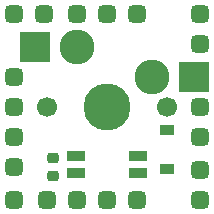
<source format=gts>
G04 #@! TF.GenerationSoftware,KiCad,Pcbnew,(6.0.5)*
G04 #@! TF.CreationDate,2022-08-26T20:17:22-07:00*
G04 #@! TF.ProjectId,single_switch,73696e67-6c65-45f7-9377-697463682e6b,1*
G04 #@! TF.SameCoordinates,Original*
G04 #@! TF.FileFunction,Soldermask,Top*
G04 #@! TF.FilePolarity,Negative*
%FSLAX46Y46*%
G04 Gerber Fmt 4.6, Leading zero omitted, Abs format (unit mm)*
G04 Created by KiCad (PCBNEW (6.0.5)) date 2022-08-26 20:17:22*
%MOMM*%
%LPD*%
G01*
G04 APERTURE LIST*
G04 Aperture macros list*
%AMRoundRect*
0 Rectangle with rounded corners*
0 $1 Rounding radius*
0 $2 $3 $4 $5 $6 $7 $8 $9 X,Y pos of 4 corners*
0 Add a 4 corners polygon primitive as box body*
4,1,4,$2,$3,$4,$5,$6,$7,$8,$9,$2,$3,0*
0 Add four circle primitives for the rounded corners*
1,1,$1+$1,$2,$3*
1,1,$1+$1,$4,$5*
1,1,$1+$1,$6,$7*
1,1,$1+$1,$8,$9*
0 Add four rect primitives between the rounded corners*
20,1,$1+$1,$2,$3,$4,$5,0*
20,1,$1+$1,$4,$5,$6,$7,0*
20,1,$1+$1,$6,$7,$8,$9,0*
20,1,$1+$1,$8,$9,$2,$3,0*%
G04 Aperture macros list end*
%ADD10R,1.200000X0.900000*%
%ADD11RoundRect,0.375000X-0.375000X-0.375000X0.375000X-0.375000X0.375000X0.375000X-0.375000X0.375000X0*%
%ADD12C,3.980180*%
%ADD13C,2.950000*%
%ADD14C,1.700000*%
%ADD15R,2.550000X2.500000*%
%ADD16RoundRect,0.225000X0.250000X-0.225000X0.250000X0.225000X-0.250000X0.225000X-0.250000X-0.225000X0*%
%ADD17RoundRect,0.082000X0.718000X-0.328000X0.718000X0.328000X-0.718000X0.328000X-0.718000X-0.328000X0*%
G04 APERTURE END LIST*
D10*
X116970000Y-117796000D03*
X116970000Y-121096000D03*
D11*
X106810000Y-123764000D03*
X119764000Y-121224000D03*
X104016000Y-120970000D03*
X114430000Y-108016000D03*
X119764000Y-123764000D03*
X119764000Y-108016000D03*
X104016000Y-123764000D03*
X109350000Y-108016000D03*
D12*
X111889997Y-115889989D03*
D13*
X115699997Y-113349989D03*
X109349997Y-110809989D03*
D14*
X116969997Y-115889989D03*
X106809997Y-115889989D03*
D15*
X119249997Y-113349989D03*
X105799997Y-110809989D03*
D16*
X107318000Y-121745000D03*
X107318000Y-120195000D03*
D11*
X104016000Y-113350000D03*
X106556000Y-108016000D03*
X104016000Y-108016000D03*
X119764000Y-118430000D03*
X119764000Y-115890000D03*
X104016000Y-115890000D03*
X109350000Y-123764000D03*
X111890000Y-108016000D03*
X114430000Y-123764000D03*
X119764000Y-110556000D03*
X111890000Y-123764000D03*
X104016000Y-118430000D03*
D17*
X109300000Y-121500000D03*
X109300000Y-120000000D03*
X114500000Y-120000000D03*
X114500000Y-121500000D03*
M02*

</source>
